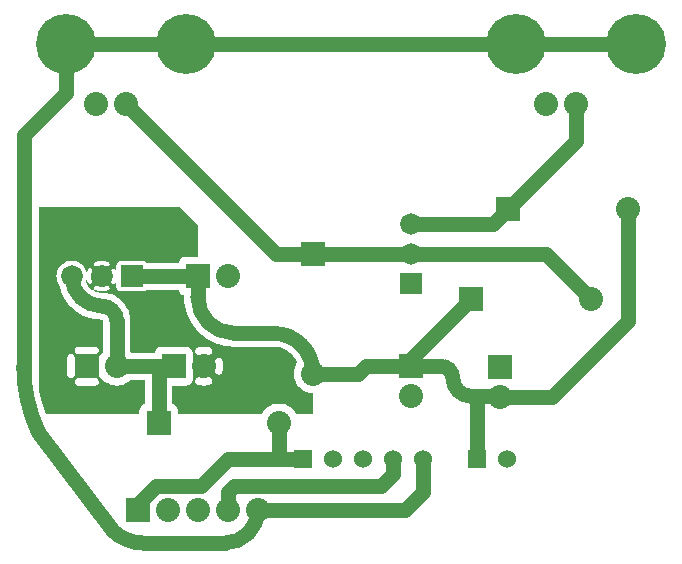
<source format=gbr>
G04 start of page 2 for group 3 layer_idx 0 *
G04 Title: (unknown), top_copper *
G04 Creator: pcb-rnd 2.0.0 *
G04 CreationDate: 2018-06-05 21:29:22 UTC *
G04 For:  *
G04 Format: Gerber/RS-274X *
G04 PCB-Dimensions: 500000 500000 *
G04 PCB-Coordinate-Origin: lower left *
%MOIN*%
%FSLAX25Y25*%
%LNTOP*%
%ADD21C,0.0400*%
%ADD20C,0.0320*%
%ADD19C,0.0790*%
%ADD18C,0.0420*%
%ADD17C,0.0394*%
%ADD16C,0.2000*%
%ADD15C,0.0600*%
%ADD14C,0.0720*%
%ADD13C,0.0800*%
%ADD12C,0.0500*%
%ADD11C,0.0001*%
G54D11*G36*
X199502Y243344D02*X199890Y242890D01*
X200668Y242225D01*
X201540Y241691D01*
X202485Y241299D01*
X203480Y241060D01*
X204500Y240980D01*
X205520Y241060D01*
X206515Y241299D01*
X207460Y241691D01*
X208332Y242225D01*
X209110Y242890D01*
X209205Y243000D01*
X214000D01*
Y234951D01*
X213725Y234885D01*
X213362Y234734D01*
X213026Y234529D01*
X212727Y234273D01*
X212471Y233974D01*
X212266Y233638D01*
X212115Y233275D01*
X212023Y232892D01*
X211992Y232500D01*
X212000Y232402D01*
Y231500D01*
X199502D01*
Y243344D01*
G37*
G36*
Y262986D02*X199587Y262992D01*
X199629Y262983D01*
X199671Y262970D01*
X199711Y262953D01*
X199750Y262933D01*
X199787Y262910D01*
X199821Y262883D01*
X199854Y262854D01*
X199883Y262821D01*
X199910Y262787D01*
X199933Y262750D01*
X199953Y262711D01*
X199970Y262671D01*
X199983Y262629D01*
X199992Y262587D01*
X199998Y262544D01*
X200000Y262500D01*
Y252205D01*
X199890Y252110D01*
X199502Y251656D01*
Y262986D01*
G37*
G36*
X238622Y254737D02*X239225Y254547D01*
X240632Y254235D01*
X242061Y254047D01*
X243500Y253984D01*
X243721Y254000D01*
X256355D01*
X256500Y253991D01*
X257284Y253966D01*
X258063Y253863D01*
X258829Y253693D01*
X259578Y253457D01*
X260304Y253157D01*
X261000Y252794D01*
X261662Y252372D01*
X262285Y251894D01*
X262864Y251364D01*
X263394Y250785D01*
X263872Y250162D01*
X264294Y249500D01*
X264657Y248804D01*
X264677Y248754D01*
X264191Y247960D01*
X263799Y247015D01*
X263560Y246020D01*
X263480Y245000D01*
X263560Y243980D01*
X263799Y242985D01*
X264191Y242040D01*
X264725Y241168D01*
X265390Y240390D01*
X266168Y239725D01*
X267040Y239191D01*
X267985Y238799D01*
X268980Y238560D01*
X270000Y238480D01*
Y231500D01*
X264285D01*
X263775Y232332D01*
X263110Y233110D01*
X262332Y233775D01*
X261460Y234309D01*
X260515Y234701D01*
X259520Y234940D01*
X258500Y235020D01*
X257480Y234940D01*
X256485Y234701D01*
X255540Y234309D01*
X254668Y233775D01*
X253890Y233110D01*
X253225Y232332D01*
X252715Y231500D01*
X238622D01*
Y244658D01*
X238703Y244665D01*
X238894Y244712D01*
X239076Y244788D01*
X239243Y244892D01*
X239392Y245020D01*
X239519Y245170D01*
X239621Y245339D01*
X239692Y245522D01*
X239848Y246075D01*
X239949Y246640D01*
X240000Y247213D01*
Y247787D01*
X239949Y248360D01*
X239848Y248925D01*
X239698Y249480D01*
X239625Y249663D01*
X239522Y249832D01*
X239395Y249983D01*
X239245Y250111D01*
X239078Y250215D01*
X238896Y250292D01*
X238704Y250339D01*
X238622Y250346D01*
Y254737D01*
G37*
G36*
X233502Y257374D02*X234027Y256971D01*
X235242Y256197D01*
X236520Y255532D01*
X237851Y254980D01*
X238622Y254737D01*
Y250346D01*
X238507Y250355D01*
X238310Y250341D01*
X238118Y250296D01*
X237936Y250221D01*
X237767Y250119D01*
X237616Y249991D01*
X237487Y249842D01*
X237383Y249674D01*
X237307Y249492D01*
X237260Y249301D01*
X237243Y249104D01*
X237258Y248907D01*
X237307Y248716D01*
X237403Y248376D01*
X237465Y248029D01*
X237496Y247677D01*
Y247323D01*
X237465Y246971D01*
X237403Y246624D01*
X237310Y246283D01*
X237262Y246092D01*
X237247Y245896D01*
X237264Y245700D01*
X237310Y245509D01*
X237387Y245328D01*
X237490Y245160D01*
X237619Y245011D01*
X237769Y244884D01*
X237937Y244782D01*
X238119Y244708D01*
X238311Y244663D01*
X238507Y244649D01*
X238622Y244658D01*
Y231500D01*
X233502D01*
Y241000D01*
X233787D01*
X234360Y241051D01*
X234925Y241152D01*
X235480Y241302D01*
X235663Y241375D01*
X235832Y241478D01*
X235983Y241605D01*
X236111Y241755D01*
X236215Y241922D01*
X236292Y242104D01*
X236339Y242296D01*
X236355Y242493D01*
X236341Y242690D01*
X236296Y242882D01*
X236221Y243064D01*
X236119Y243233D01*
X235991Y243384D01*
X235842Y243513D01*
X235674Y243617D01*
X235492Y243693D01*
X235301Y243740D01*
X235104Y243757D01*
X234907Y243742D01*
X234716Y243693D01*
X234376Y243597D01*
X234029Y243535D01*
X233677Y243504D01*
X233502D01*
Y251496D01*
X233677D01*
X234029Y251465D01*
X234376Y251403D01*
X234717Y251310D01*
X234908Y251262D01*
X235104Y251247D01*
X235300Y251264D01*
X235491Y251310D01*
X235672Y251387D01*
X235840Y251490D01*
X235989Y251619D01*
X236116Y251769D01*
X236218Y251937D01*
X236292Y252119D01*
X236337Y252311D01*
X236351Y252507D01*
X236335Y252703D01*
X236288Y252894D01*
X236212Y253076D01*
X236108Y253243D01*
X235980Y253392D01*
X235830Y253519D01*
X235661Y253621D01*
X235478Y253692D01*
X234925Y253848D01*
X234360Y253949D01*
X233787Y254000D01*
X233502D01*
Y257374D01*
G37*
G36*
X199502Y300500D02*X225500D01*
X231500Y294500D01*
Y284000D01*
X227598D01*
X227500Y284008D01*
X227108Y283977D01*
X227108Y283977D01*
X226725Y283885D01*
X226362Y283734D01*
X226026Y283529D01*
X225727Y283273D01*
X225471Y282974D01*
X225266Y282638D01*
X225115Y282275D01*
X225049Y282000D01*
X214304D01*
X214164Y282164D01*
X213984Y282317D01*
X213783Y282441D01*
X213565Y282531D01*
X213335Y282586D01*
X213100Y282605D01*
X213041Y282600D01*
X205959D01*
X205900Y282605D01*
X205665Y282586D01*
X205665Y282586D01*
X205435Y282531D01*
X205217Y282441D01*
X205016Y282317D01*
X204836Y282164D01*
X204683Y281984D01*
X204559Y281783D01*
X204469Y281565D01*
X204414Y281335D01*
X204395Y281100D01*
X204400Y281041D01*
Y278921D01*
X204291Y279262D01*
X204117Y279677D01*
X204059Y279780D01*
X203985Y279873D01*
X203897Y279953D01*
X203798Y280018D01*
X203690Y280066D01*
X203576Y280098D01*
X203458Y280111D01*
X203339Y280105D01*
X203223Y280081D01*
X203112Y280039D01*
X203009Y279980D01*
X202917Y279906D01*
X202837Y279818D01*
X202772Y279719D01*
X202723Y279611D01*
X202692Y279496D01*
X202679Y279378D01*
X202685Y279260D01*
X202709Y279144D01*
X202753Y279034D01*
X202879Y278743D01*
X202975Y278441D01*
X203044Y278131D01*
X203086Y277817D01*
X203100Y277500D01*
X203086Y277183D01*
X203044Y276869D01*
X202975Y276559D01*
X202879Y276257D01*
X202756Y275965D01*
X202712Y275855D01*
X202688Y275740D01*
X202683Y275622D01*
X202696Y275504D01*
X202727Y275391D01*
X202775Y275283D01*
X202840Y275184D01*
X202919Y275097D01*
X203011Y275023D01*
X203114Y274964D01*
X203224Y274923D01*
X203340Y274899D01*
X203458Y274893D01*
X203575Y274906D01*
X203689Y274937D01*
X203797Y274985D01*
X203895Y275050D01*
X203983Y275130D01*
X204057Y275222D01*
X204113Y275325D01*
X204291Y275738D01*
X204400Y276079D01*
Y273959D01*
X204395Y273900D01*
X204414Y273665D01*
X204414Y273665D01*
X204469Y273435D01*
X204559Y273217D01*
X204683Y273016D01*
X204836Y272836D01*
X205016Y272683D01*
X205217Y272559D01*
X205435Y272469D01*
X205665Y272414D01*
X205900Y272395D01*
X205959Y272400D01*
X213041D01*
X213100Y272395D01*
X213335Y272414D01*
X213335Y272414D01*
X213565Y272469D01*
X213783Y272559D01*
X213984Y272683D01*
X214164Y272836D01*
X214304Y273000D01*
X225049D01*
X225115Y272725D01*
X225266Y272362D01*
X225471Y272026D01*
X225727Y271727D01*
X226026Y271471D01*
X226362Y271266D01*
X226725Y271115D01*
X227000Y271049D01*
Y270500D01*
X227000Y270499D01*
X227047Y269061D01*
X227235Y267632D01*
X227547Y266225D01*
X227980Y264851D01*
X228532Y263520D01*
X229197Y262242D01*
X229971Y261027D01*
X230848Y259884D01*
X231822Y258822D01*
X232884Y257848D01*
X233502Y257374D01*
Y254000D01*
X233213D01*
X232640Y253949D01*
X232075Y253848D01*
X231520Y253698D01*
X231337Y253625D01*
X231168Y253522D01*
X231017Y253395D01*
X230889Y253245D01*
X230785Y253078D01*
X230708Y252896D01*
X230661Y252704D01*
X230645Y252507D01*
X230659Y252310D01*
X230704Y252118D01*
X230779Y251936D01*
X230881Y251767D01*
X231009Y251616D01*
X231158Y251487D01*
X231326Y251383D01*
X231508Y251307D01*
X231699Y251260D01*
X231896Y251243D01*
X232093Y251258D01*
X232284Y251307D01*
X232624Y251403D01*
X232971Y251465D01*
X233323Y251496D01*
X233502D01*
Y243504D01*
X233323D01*
X232971Y243535D01*
X232624Y243597D01*
X232283Y243690D01*
X232092Y243738D01*
X231896Y243753D01*
X231700Y243736D01*
X231509Y243690D01*
X231328Y243613D01*
X231160Y243510D01*
X231011Y243381D01*
X230884Y243231D01*
X230782Y243063D01*
X230708Y242881D01*
X230663Y242689D01*
X230649Y242493D01*
X230665Y242297D01*
X230712Y242106D01*
X230788Y241924D01*
X230892Y241757D01*
X231020Y241608D01*
X231170Y241481D01*
X231339Y241379D01*
X231522Y241308D01*
X232075Y241152D01*
X232640Y241051D01*
X233213Y241000D01*
X233502D01*
Y231500D01*
X225000D01*
Y232402D01*
X225008Y232500D01*
X224977Y232892D01*
X224977Y232892D01*
X224885Y233275D01*
X224734Y233638D01*
X224529Y233974D01*
X224273Y234273D01*
X223974Y234529D01*
X223638Y234734D01*
X223275Y234885D01*
X223000Y234951D01*
Y241000D01*
X227402D01*
X227500Y240992D01*
X227892Y241023D01*
X227892Y241023D01*
X228275Y241115D01*
X228638Y241266D01*
X228974Y241471D01*
X229273Y241727D01*
X229529Y242026D01*
X229734Y242362D01*
X229885Y242725D01*
X229977Y243108D01*
X230008Y243500D01*
X230000Y243598D01*
Y251402D01*
X230008Y251500D01*
X229977Y251892D01*
X229977Y251892D01*
X229885Y252275D01*
X229734Y252638D01*
X229529Y252974D01*
X229273Y253273D01*
X228974Y253529D01*
X228638Y253734D01*
X228275Y253885D01*
X227892Y253977D01*
X227500Y254008D01*
X227402Y254000D01*
X219598D01*
X219500Y254008D01*
X219108Y253977D01*
X219108Y253977D01*
X218725Y253885D01*
X218362Y253734D01*
X218026Y253529D01*
X217727Y253273D01*
X217471Y252974D01*
X217266Y252638D01*
X217115Y252275D01*
X217049Y252000D01*
X209205D01*
X209110Y252110D01*
X209000Y252205D01*
Y262500D01*
X209000Y262500D01*
X208973Y263329D01*
X208865Y264151D01*
X208685Y264961D01*
X208436Y265752D01*
X208118Y266519D01*
X207735Y267255D01*
X207289Y267954D01*
X206784Y268612D01*
X206224Y269224D01*
X205612Y269784D01*
X204954Y270289D01*
X204255Y270735D01*
X203519Y271118D01*
X202752Y271436D01*
X201961Y271685D01*
X201151Y271865D01*
X200329Y271973D01*
X199502Y272009D01*
Y272395D01*
X199949Y272415D01*
X200395Y272474D01*
X200834Y272572D01*
X201262Y272709D01*
X201677Y272883D01*
X201780Y272941D01*
X201873Y273015D01*
X201953Y273103D01*
X202018Y273202D01*
X202066Y273310D01*
X202098Y273424D01*
X202111Y273542D01*
X202105Y273661D01*
X202081Y273777D01*
X202039Y273888D01*
X201980Y273991D01*
X201906Y274083D01*
X201818Y274163D01*
X201719Y274228D01*
X201611Y274277D01*
X201496Y274308D01*
X201378Y274321D01*
X201260Y274315D01*
X201144Y274291D01*
X201034Y274247D01*
X200743Y274121D01*
X200441Y274025D01*
X200131Y273956D01*
X199817Y273914D01*
X199502Y273900D01*
Y281100D01*
X199817Y281086D01*
X200131Y281044D01*
X200441Y280975D01*
X200743Y280879D01*
X201035Y280756D01*
X201145Y280712D01*
X201260Y280688D01*
X201378Y280683D01*
X201496Y280696D01*
X201609Y280727D01*
X201717Y280775D01*
X201816Y280840D01*
X201903Y280919D01*
X201977Y281011D01*
X202036Y281114D01*
X202077Y281224D01*
X202101Y281340D01*
X202107Y281458D01*
X202094Y281575D01*
X202063Y281689D01*
X202015Y281797D01*
X201950Y281895D01*
X201870Y281983D01*
X201778Y282057D01*
X201675Y282113D01*
X201262Y282291D01*
X200834Y282428D01*
X200395Y282526D01*
X199949Y282585D01*
X199502Y282605D01*
Y300500D01*
G37*
G36*
X178500D02*X199502D01*
Y282605D01*
X199500Y282605D01*
X199051Y282585D01*
X198605Y282526D01*
X198166Y282428D01*
X197738Y282291D01*
X197323Y282117D01*
X197220Y282059D01*
X197127Y281985D01*
X197047Y281897D01*
X196982Y281798D01*
X196934Y281690D01*
X196902Y281576D01*
X196889Y281458D01*
X196895Y281339D01*
X196919Y281223D01*
X196961Y281112D01*
X197020Y281009D01*
X197094Y280917D01*
X197182Y280837D01*
X197281Y280772D01*
X197389Y280723D01*
X197504Y280692D01*
X197622Y280679D01*
X197740Y280685D01*
X197856Y280709D01*
X197966Y280753D01*
X198257Y280879D01*
X198559Y280975D01*
X198869Y281044D01*
X199183Y281086D01*
X199500Y281100D01*
X199502Y281100D01*
Y273900D01*
X199500Y273900D01*
X199183Y273914D01*
X198869Y273956D01*
X198559Y274025D01*
X198257Y274121D01*
X197965Y274244D01*
X197855Y274288D01*
X197740Y274312D01*
X197622Y274317D01*
X197505Y274304D01*
X197391Y274273D01*
X197283Y274225D01*
X197184Y274160D01*
X197097Y274081D01*
X197023Y273989D01*
X196964Y273886D01*
X196923Y273776D01*
X196899Y273660D01*
X196893Y273542D01*
X196906Y273425D01*
X196937Y273311D01*
X196985Y273203D01*
X197050Y273105D01*
X197130Y273017D01*
X197222Y272943D01*
X197325Y272887D01*
X197738Y272709D01*
X198166Y272572D01*
X198605Y272474D01*
X199051Y272415D01*
X199500Y272395D01*
X199502Y272395D01*
Y272009D01*
X199500Y272009D01*
X199463Y272006D01*
X199021Y272021D01*
X198545Y272084D01*
X198076Y272187D01*
X197619Y272332D01*
X197176Y272515D01*
X196750Y272737D01*
X196345Y272995D01*
X195965Y273287D01*
X195611Y273611D01*
X195287Y273965D01*
X194995Y274345D01*
X194737Y274750D01*
X194515Y275176D01*
X194332Y275619D01*
X194292Y275743D01*
X194365Y275919D01*
X194501Y276485D01*
X194572Y276166D01*
X194709Y275738D01*
X194883Y275323D01*
X194941Y275220D01*
X195015Y275127D01*
X195103Y275047D01*
X195202Y274982D01*
X195310Y274934D01*
X195424Y274902D01*
X195542Y274889D01*
X195661Y274895D01*
X195777Y274919D01*
X195888Y274961D01*
X195991Y275020D01*
X196083Y275094D01*
X196163Y275182D01*
X196228Y275281D01*
X196277Y275389D01*
X196308Y275504D01*
X196321Y275622D01*
X196315Y275740D01*
X196291Y275856D01*
X196247Y275966D01*
X196121Y276257D01*
X196025Y276559D01*
X195956Y276869D01*
X195914Y277183D01*
X195900Y277500D01*
X195914Y277817D01*
X195956Y278131D01*
X196025Y278441D01*
X196121Y278743D01*
X196244Y279035D01*
X196288Y279145D01*
X196312Y279260D01*
X196317Y279378D01*
X196304Y279496D01*
X196273Y279609D01*
X196225Y279717D01*
X196160Y279816D01*
X196081Y279903D01*
X195989Y279977D01*
X195886Y280036D01*
X195776Y280077D01*
X195660Y280101D01*
X195542Y280107D01*
X195425Y280094D01*
X195311Y280063D01*
X195203Y280015D01*
X195105Y279950D01*
X195017Y279870D01*
X194943Y279778D01*
X194887Y279675D01*
X194709Y279262D01*
X194572Y278834D01*
X194501Y278515D01*
X194365Y279081D01*
X194058Y279822D01*
X193639Y280507D01*
X193117Y281117D01*
X192507Y281639D01*
X191822Y282058D01*
X191081Y282365D01*
X190300Y282553D01*
X189500Y282616D01*
X188700Y282553D01*
X187919Y282365D01*
X187178Y282058D01*
X186493Y281639D01*
X185883Y281117D01*
X185361Y280507D01*
X184942Y279822D01*
X184635Y279081D01*
X184447Y278300D01*
X184384Y277500D01*
X184447Y276700D01*
X184635Y275919D01*
X184942Y275178D01*
X185288Y274612D01*
X185481Y273744D01*
X185861Y272536D01*
X186346Y271366D01*
X186931Y270243D01*
X187611Y269175D01*
X188382Y268171D01*
X189237Y267237D01*
X190171Y266382D01*
X191175Y265611D01*
X192243Y264931D01*
X193366Y264346D01*
X194536Y263861D01*
X195744Y263481D01*
X196980Y263207D01*
X198235Y263041D01*
X199500Y262986D01*
X199502Y262986D01*
Y251656D01*
X199295Y251415D01*
X199181Y251367D01*
X199013Y251264D01*
X198863Y251137D01*
X198736Y250987D01*
X198633Y250819D01*
X198558Y250637D01*
X198512Y250446D01*
X198500Y250250D01*
Y251500D01*
X197250D01*
X197446Y251512D01*
X197637Y251558D01*
X197819Y251633D01*
X197987Y251736D01*
X198137Y251863D01*
X198264Y252013D01*
X198367Y252181D01*
X198442Y252363D01*
X198488Y252554D01*
X198504Y252750D01*
X198488Y252946D01*
X198442Y253137D01*
X198367Y253319D01*
X198264Y253487D01*
X198137Y253637D01*
X197987Y253764D01*
X197819Y253867D01*
X197637Y253942D01*
X197446Y253988D01*
X197250Y254000D01*
X191750D01*
X191554Y253988D01*
X191363Y253942D01*
X191181Y253867D01*
X191013Y253764D01*
X190863Y253637D01*
X190736Y253487D01*
X190633Y253319D01*
X190558Y253137D01*
X190512Y252946D01*
X190496Y252750D01*
X190512Y252554D01*
X190558Y252363D01*
X190633Y252181D01*
X190736Y252013D01*
X190863Y251863D01*
X191013Y251736D01*
X191181Y251633D01*
X191363Y251558D01*
X191554Y251512D01*
X191750Y251500D01*
X190500D01*
Y250250D01*
X190488Y250446D01*
X190442Y250637D01*
X190367Y250819D01*
X190264Y250987D01*
X190137Y251137D01*
X189987Y251264D01*
X189819Y251367D01*
X189637Y251442D01*
X189446Y251488D01*
X189250Y251504D01*
X189054Y251488D01*
X188863Y251442D01*
X188681Y251367D01*
X188513Y251264D01*
X188363Y251137D01*
X188236Y250987D01*
X188133Y250819D01*
X188058Y250637D01*
X188012Y250446D01*
X188000Y250250D01*
Y244750D01*
X188012Y244554D01*
X188058Y244363D01*
X188133Y244181D01*
X188236Y244013D01*
X188363Y243863D01*
X188513Y243736D01*
X188681Y243633D01*
X188863Y243558D01*
X189054Y243512D01*
X189250Y243496D01*
X189446Y243512D01*
X189637Y243558D01*
X189819Y243633D01*
X189987Y243736D01*
X190137Y243863D01*
X190264Y244013D01*
X190367Y244181D01*
X190442Y244363D01*
X190488Y244554D01*
X190500Y244750D01*
Y243500D01*
X191750D01*
X191554Y243488D01*
X191363Y243442D01*
X191181Y243367D01*
X191013Y243264D01*
X190863Y243137D01*
X190736Y242987D01*
X190633Y242819D01*
X190558Y242637D01*
X190512Y242446D01*
X190496Y242250D01*
X190512Y242054D01*
X190558Y241863D01*
X190633Y241681D01*
X190736Y241513D01*
X190863Y241363D01*
X191013Y241236D01*
X191181Y241133D01*
X191363Y241058D01*
X191554Y241012D01*
X191750Y241000D01*
X197250D01*
X197446Y241012D01*
X197637Y241058D01*
X197819Y241133D01*
X197987Y241236D01*
X198137Y241363D01*
X198264Y241513D01*
X198367Y241681D01*
X198442Y241863D01*
X198488Y242054D01*
X198504Y242250D01*
X198488Y242446D01*
X198442Y242637D01*
X198367Y242819D01*
X198264Y242987D01*
X198137Y243137D01*
X197987Y243264D01*
X197819Y243367D01*
X197637Y243442D01*
X197446Y243488D01*
X197250Y243500D01*
X198500D01*
Y244750D01*
X198512Y244554D01*
X198558Y244363D01*
X198633Y244181D01*
X198736Y244013D01*
X198863Y243863D01*
X199013Y243736D01*
X199181Y243633D01*
X199295Y243585D01*
X199502Y243344D01*
Y231500D01*
X180787D01*
X179619Y235206D01*
X178722Y239252D01*
X178500Y240935D01*
Y300500D01*
G37*
G54D12*X270000Y245000D02*X285000D01*
X287500Y247500D02*X312500D01*
X285000Y245000D02*X287500Y247500D01*
X330000Y295000D02*X335000Y300000D01*
X302500Y247500D02*Y250000D01*
X322500Y270000D01*
X357500Y335000D02*Y322500D01*
X336250Y301250D01*
X302500Y295000D02*X330000D01*
X257500Y285000D02*X347500D01*
X322500Y237500D02*X332074D01*
X332408Y237166D02*X349666D01*
X375000Y262500D01*
Y300000D01*
X347500Y285000D02*X362500Y270000D01*
X187500Y355000D02*X377500D01*
X209500Y277500D02*X231500D01*
X257500Y285000D02*X207500Y335000D01*
X187500Y355000D02*Y338500D01*
X173500Y324500D01*
Y246500D01*
X231500Y277500D02*Y270500D01*
X204500Y262500D02*Y247500D01*
X223500D01*
X218500Y228500D02*Y247500D01*
X217500Y207500D02*X232500D01*
X211500Y199500D02*Y201500D01*
X217500Y207500D01*
X240500Y188500D02*X213500D01*
X178404Y225455D02*X203364Y192443D01*
X243500Y258500D02*X256500D01*
X243500Y207500D02*X241500Y205500D01*
X251500Y199500D02*X300500D01*
X306500Y205500D01*
X296500Y216500D02*Y211500D01*
X292500Y207500D01*
X258500Y228500D02*Y216500D01*
X306500Y205500D02*Y216500D01*
X324500D02*Y237500D01*
X292500Y207500D02*X243500D01*
X241500Y205500D02*Y199500D01*
X232500Y207500D02*X241500Y216500D01*
X266500D01*
X231500Y270500D02*G75*G03X243500Y258500I12000J0D01*G01*
X189500Y277500D02*G75*G03X199500Y267500I10000J0D01*G01*
X204500Y262500D02*G75*G03X199500Y267500I-5000J0D01*G01*
X203270Y192530D02*G75*G03X213500Y188500I10230J10970D01*G01*
X270000Y245000D02*G75*G03X256500Y258500I-13500J0D01*G01*
X316500Y243500D02*G75*G03X312500Y247500I-4000J0D01*G01*
X316500Y243500D02*G75*G03X322500Y237500I6000J0D01*G01*
X251500Y199500D02*G75*G02X240500Y188500I-11000J0D01*G01*
X173500Y247500D02*G75*G03X178372Y225524I52000J0D01*G01*
G54D11*G36*
X266000Y289000D02*X274000D01*
Y281000D01*
X266000D01*
Y289000D01*
G37*
G54D13*X270000Y245000D03*
G54D11*G36*
X298500Y251500D02*X306500D01*
Y243500D01*
X298500D01*
Y251500D01*
G37*
G36*
X298900Y278600D02*X306100D01*
Y271400D01*
X298900D01*
Y278600D01*
G37*
G54D14*X302500Y285000D03*
Y295000D03*
G54D11*G36*
X331000Y304000D02*X339000D01*
Y296000D01*
X331000D01*
Y304000D01*
G37*
G54D13*X375000Y300000D03*
G54D11*G36*
X318500Y274000D02*X326500D01*
Y266000D01*
X318500D01*
Y274000D01*
G37*
G54D13*X362500Y270000D03*
G54D11*G36*
X328408Y251166D02*X336408D01*
Y243166D01*
X328408D01*
Y251166D01*
G37*
G54D13*X332408Y237166D03*
G54D15*X334500Y216500D03*
G54D11*G36*
X321500Y219500D02*X327500D01*
Y213500D01*
X321500D01*
Y219500D01*
G37*
G54D16*X337500Y355000D03*
X377500D03*
G54D13*X347500Y335000D03*
X357500D03*
X302500Y237500D03*
G54D15*X306500Y216500D03*
X296500D03*
X286500D03*
X276500D03*
G54D11*G36*
X263500Y219500D02*X269500D01*
Y213500D01*
X263500D01*
Y219500D01*
G37*
G54D16*X187500Y355000D03*
X227500D03*
G54D13*X197500Y335000D03*
X207500D03*
G54D11*G36*
X227500Y281500D02*X235500D01*
Y273500D01*
X227500D01*
Y281500D01*
G37*
G36*
X205900Y281100D02*X213100D01*
Y273900D01*
X205900D01*
Y281100D01*
G37*
G54D14*X199500Y277500D03*
X189500D03*
G54D13*X241500D03*
G54D11*G36*
X219500Y251500D02*X227500D01*
Y243500D01*
X219500D01*
Y251500D01*
G37*
G54D13*X233500Y247500D03*
G54D11*G36*
X190500Y251500D02*X198500D01*
Y243500D01*
X190500D01*
Y251500D01*
G37*
G54D13*X204500Y247500D03*
G54D11*G36*
X214500Y232500D02*X222500D01*
Y224500D01*
X214500D01*
Y232500D01*
G37*
G54D13*X231500Y199500D03*
X221500D03*
G54D11*G36*
X207500Y203500D02*X215500D01*
Y195500D01*
X207500D01*
Y203500D01*
G37*
G54D13*X241500Y199500D03*
X258500Y228500D03*
X251500Y199500D03*
G54D17*G54D18*G54D17*G54D18*G54D19*G54D20*G54D17*G54D18*G54D19*G54D20*G54D17*G54D18*G54D17*G54D21*G54D17*G54D21*M02*

</source>
